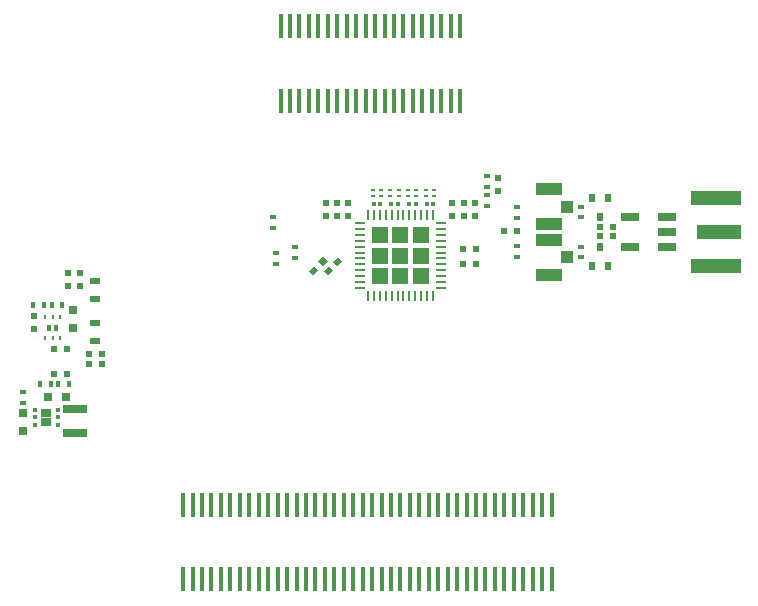
<source format=gtp>
G04 #@! TF.FileFunction,Paste,Top*
%FSLAX46Y46*%
G04 Gerber Fmt 4.6, Leading zero omitted, Abs format (unit mm)*
G04 Created by KiCad (PCBNEW 4.0.7) date 08/22/18 22:13:15*
%MOMM*%
%LPD*%
G01*
G04 APERTURE LIST*
%ADD10C,0.100000*%
%ADD11R,0.400000X2.100000*%
%ADD12R,0.500000X0.600000*%
%ADD13R,0.600000X0.500000*%
%ADD14R,0.750000X0.800000*%
%ADD15R,0.800000X0.750000*%
%ADD16R,0.900000X0.500000*%
%ADD17R,2.000000X0.800000*%
%ADD18R,0.600000X0.400000*%
%ADD19R,0.400000X0.600000*%
%ADD20R,0.950000X0.700000*%
%ADD21R,0.450000X0.300000*%
%ADD22R,0.260000X0.400000*%
%ADD23R,1.425000X1.425000*%
%ADD24R,0.855000X0.237500*%
%ADD25R,0.237500X0.855000*%
%ADD26R,0.300000X0.350000*%
%ADD27R,0.430000X0.280000*%
%ADD28R,0.600000X0.800000*%
%ADD29R,2.200000X1.050000*%
%ADD30R,1.050000X1.000000*%
%ADD31R,1.650000X0.760000*%
%ADD32R,4.200000X1.270000*%
%ADD33R,3.700000X1.270000*%
G04 APERTURE END LIST*
D10*
D11*
X112150000Y-116600000D03*
X111350000Y-116600000D03*
X112950000Y-116600000D03*
X113750000Y-116600000D03*
X114550000Y-116600000D03*
X115350000Y-116600000D03*
X116150000Y-116600000D03*
X116950000Y-116600000D03*
X117750000Y-116600000D03*
X118550000Y-116600000D03*
X119350000Y-116600000D03*
X120150000Y-116600000D03*
X120950000Y-116600000D03*
X121750000Y-116600000D03*
X122550000Y-116600000D03*
X123350000Y-116600000D03*
X124150000Y-116600000D03*
X124950000Y-116600000D03*
X125750000Y-116600000D03*
X126550000Y-116600000D03*
X127350000Y-116600000D03*
X110550000Y-116600000D03*
X109750000Y-116600000D03*
X108950000Y-116600000D03*
X108150000Y-116600000D03*
X107350000Y-116600000D03*
X106550000Y-116600000D03*
X105750000Y-116600000D03*
X104950000Y-116600000D03*
X104150000Y-116600000D03*
X103350000Y-116600000D03*
X102550000Y-116600000D03*
X101750000Y-116600000D03*
X100950000Y-116600000D03*
X100150000Y-116600000D03*
X99350000Y-116600000D03*
X98550000Y-116600000D03*
X97750000Y-116600000D03*
X96950000Y-116600000D03*
X96150000Y-116600000D03*
X96150000Y-122900000D03*
X96950000Y-122900000D03*
X97750000Y-122900000D03*
X98550000Y-122900000D03*
X99350000Y-122900000D03*
X100150000Y-122900000D03*
X100950000Y-122900000D03*
X101750000Y-122900000D03*
X102550000Y-122900000D03*
X103350000Y-122900000D03*
X104150000Y-122900000D03*
X104950000Y-122900000D03*
X105750000Y-122900000D03*
X106550000Y-122900000D03*
X107350000Y-122900000D03*
X108150000Y-122900000D03*
X108950000Y-122900000D03*
X109750000Y-122900000D03*
X110550000Y-122900000D03*
X111350000Y-122900000D03*
X112150000Y-122900000D03*
X112950000Y-122900000D03*
X113750000Y-122900000D03*
X114550000Y-122900000D03*
X115350000Y-122900000D03*
X116150000Y-122900000D03*
X116950000Y-122900000D03*
X117750000Y-122900000D03*
X118550000Y-122900000D03*
X119350000Y-122900000D03*
X120150000Y-122900000D03*
X120950000Y-122900000D03*
X121750000Y-122900000D03*
X122550000Y-122900000D03*
X123350000Y-122900000D03*
X124150000Y-122900000D03*
X124950000Y-122900000D03*
X125750000Y-122900000D03*
X126550000Y-122900000D03*
X127350000Y-122900000D03*
D12*
X108250000Y-92150000D03*
X108250000Y-91050000D03*
X109200000Y-92150000D03*
X109200000Y-91050000D03*
X110150000Y-92150000D03*
X110150000Y-91050000D03*
X120850000Y-92150000D03*
X120850000Y-91050000D03*
X119900000Y-92150000D03*
X119900000Y-91050000D03*
X118950000Y-92150000D03*
X118950000Y-91050000D03*
X86400000Y-96950000D03*
X86400000Y-98050000D03*
X87400000Y-96950000D03*
X87400000Y-98050000D03*
D10*
G36*
X109274264Y-95622182D02*
X109627818Y-95975736D01*
X109203554Y-96400000D01*
X108850000Y-96046446D01*
X109274264Y-95622182D01*
X109274264Y-95622182D01*
G37*
G36*
X108496446Y-96400000D02*
X108850000Y-96753554D01*
X108425736Y-97177818D01*
X108072182Y-96824264D01*
X108496446Y-96400000D01*
X108496446Y-96400000D01*
G37*
G36*
X108024264Y-95572182D02*
X108377818Y-95925736D01*
X107953554Y-96350000D01*
X107600000Y-95996446D01*
X108024264Y-95572182D01*
X108024264Y-95572182D01*
G37*
G36*
X107246446Y-96350000D02*
X107600000Y-96703554D01*
X107175736Y-97127818D01*
X106822182Y-96774264D01*
X107246446Y-96350000D01*
X107246446Y-96350000D01*
G37*
D13*
X119875000Y-96175000D03*
X120975000Y-96175000D03*
D14*
X82550000Y-110350000D03*
X82550000Y-108850000D03*
D13*
X86350000Y-105500000D03*
X85250000Y-105500000D03*
D15*
X84750000Y-107500000D03*
X86250000Y-107500000D03*
D13*
X86350000Y-103400000D03*
X85250000Y-103400000D03*
D14*
X86800000Y-101650000D03*
X86800000Y-100150000D03*
D12*
X83500000Y-100600000D03*
X83500000Y-101700000D03*
D13*
X89250000Y-103800000D03*
X88150000Y-103800000D03*
X89250000Y-104700000D03*
X88150000Y-104700000D03*
X119875000Y-94950000D03*
X120975000Y-94950000D03*
X131450000Y-93100000D03*
X132550000Y-93100000D03*
X123300000Y-93450000D03*
X124400000Y-93450000D03*
D11*
X119600000Y-76100000D03*
X104400000Y-82425000D03*
X105200000Y-82400000D03*
X106000000Y-82400000D03*
X106800000Y-82400000D03*
X107600000Y-82400000D03*
X108400000Y-82400000D03*
X109200000Y-82400000D03*
X110000000Y-82400000D03*
X110800000Y-82400000D03*
X111600000Y-82400000D03*
X112400000Y-82400000D03*
X113200000Y-82400000D03*
X114000000Y-82400000D03*
X114800000Y-82400000D03*
X115600000Y-82400000D03*
X116400000Y-82400000D03*
X117200000Y-82400000D03*
X118000000Y-82400000D03*
X118800000Y-82400000D03*
X119600000Y-82400000D03*
X118800000Y-76100000D03*
X118000000Y-76100000D03*
X117200000Y-76100000D03*
X116400000Y-76100000D03*
X115600000Y-76100000D03*
X114800000Y-76100000D03*
X114000000Y-76100000D03*
X113200000Y-76100000D03*
X112400000Y-76100000D03*
X111600000Y-76100000D03*
X110800000Y-76100000D03*
X110000000Y-76100000D03*
X109200000Y-76100000D03*
X108400000Y-76100000D03*
X107600000Y-76100000D03*
X106800000Y-76100000D03*
X106000000Y-76100000D03*
X105200000Y-76100000D03*
X104400000Y-76100000D03*
D16*
X88700000Y-99150000D03*
X88700000Y-97650000D03*
D17*
X87000000Y-110525000D03*
X87000000Y-108525000D03*
D16*
X88700000Y-101250000D03*
X88700000Y-102750000D03*
D18*
X82600000Y-107050000D03*
X82600000Y-107950000D03*
D19*
X86450000Y-106400000D03*
X85550000Y-106400000D03*
X85930000Y-99700000D03*
X85030000Y-99700000D03*
X84950000Y-106400000D03*
X84050000Y-106400000D03*
X84350000Y-99700000D03*
X83450000Y-99700000D03*
D18*
X104000000Y-96200000D03*
X104000000Y-95300000D03*
X105600000Y-95700000D03*
X105600000Y-94800000D03*
X103800000Y-93150000D03*
X103800000Y-92250000D03*
X129800000Y-91350000D03*
X129800000Y-92250000D03*
X124400000Y-91400000D03*
X124400000Y-92300000D03*
X121850000Y-91300000D03*
X121850000Y-90400000D03*
X124400000Y-94700000D03*
X124400000Y-95600000D03*
D20*
X84550000Y-108800000D03*
D21*
X85525000Y-109850000D03*
X85525000Y-109200000D03*
X85525000Y-108550000D03*
X83575000Y-108550000D03*
X83575000Y-109200000D03*
X83575000Y-109850000D03*
D20*
X84550000Y-109600000D03*
D19*
X85400000Y-101600000D03*
D22*
X85750000Y-100700000D03*
X85100000Y-100700000D03*
X84450000Y-100700000D03*
X85750000Y-102500000D03*
X85100000Y-102500000D03*
X84450000Y-102500000D03*
D19*
X84800000Y-101600000D03*
D23*
X114550000Y-97250000D03*
X112800000Y-97250000D03*
X112800000Y-95500000D03*
X116300000Y-93750000D03*
X114550000Y-93750000D03*
X116300000Y-95500000D03*
X116300000Y-97250000D03*
X112800000Y-93750000D03*
D24*
X111100000Y-92750000D03*
X111100000Y-93250000D03*
X111100000Y-93750000D03*
X111100000Y-94250000D03*
X111100000Y-94750000D03*
X111100000Y-95250000D03*
X111100000Y-95750000D03*
X111100000Y-96250000D03*
X111100000Y-96750000D03*
X111100000Y-97250000D03*
X111100000Y-97750000D03*
X111100000Y-98250000D03*
D25*
X111800000Y-98950000D03*
X112300000Y-98950000D03*
X112800000Y-98950000D03*
X113300000Y-98950000D03*
X113800000Y-98950000D03*
X114300000Y-98950000D03*
X114800000Y-98950000D03*
X115300000Y-98950000D03*
X115800000Y-98950000D03*
X116300000Y-98950000D03*
X116800000Y-98950000D03*
X117300000Y-98950000D03*
D24*
X118000000Y-98250000D03*
X118000000Y-97750000D03*
X118000000Y-97250000D03*
X118000000Y-96750000D03*
X118000000Y-96250000D03*
X118000000Y-95750000D03*
X118000000Y-95250000D03*
X118000000Y-94750000D03*
X118000000Y-94250000D03*
X118000000Y-93750000D03*
X118000000Y-93250000D03*
X118000000Y-92750000D03*
D25*
X117300000Y-92050000D03*
X116800000Y-92050000D03*
X116300000Y-92050000D03*
X115800000Y-92050000D03*
X115300000Y-92050000D03*
X114800000Y-92050000D03*
X114300000Y-92050000D03*
X113800000Y-92050000D03*
X113300000Y-92050000D03*
X112800000Y-92050000D03*
X112300000Y-92050000D03*
X111800000Y-92050000D03*
D23*
X114550000Y-95500000D03*
D26*
X112270000Y-91100000D03*
X112830000Y-91100000D03*
X113770000Y-91100000D03*
X114330000Y-91100000D03*
X115270000Y-91100000D03*
X115830000Y-91100000D03*
X116770000Y-91100000D03*
X117330000Y-91100000D03*
D27*
X112200000Y-90460000D03*
X112200000Y-89940000D03*
X112900000Y-90460000D03*
X112900000Y-89940000D03*
X113700000Y-90460000D03*
X113700000Y-89940000D03*
X114400000Y-90460000D03*
X114400000Y-89940000D03*
X115200000Y-90460000D03*
X115200000Y-89940000D03*
X115900000Y-90460000D03*
X115900000Y-89940000D03*
X116700000Y-90460000D03*
X116700000Y-89940000D03*
X117400000Y-90460000D03*
X117400000Y-89940000D03*
D12*
X122850000Y-90000000D03*
X122850000Y-88900000D03*
D13*
X131450000Y-93850000D03*
X132550000Y-93850000D03*
D28*
X132100000Y-90600000D03*
X130800000Y-90600000D03*
X131450000Y-92200000D03*
X130800000Y-96350000D03*
X132100000Y-96350000D03*
X131450000Y-94750000D03*
D29*
X127150000Y-92825000D03*
X127150000Y-89875000D03*
D30*
X128675000Y-91350000D03*
D29*
X127150000Y-97125000D03*
X127150000Y-94175000D03*
D30*
X128675000Y-95650000D03*
D18*
X121850000Y-89700000D03*
X121850000Y-88800000D03*
X129800000Y-95650000D03*
X129800000Y-94750000D03*
D31*
X137140000Y-92230000D03*
X137140000Y-93500000D03*
X137140000Y-94770000D03*
X133960000Y-94770000D03*
X133960000Y-92230000D03*
D32*
X141250000Y-90635000D03*
D33*
X141500000Y-93500000D03*
D32*
X141250000Y-96365000D03*
M02*

</source>
